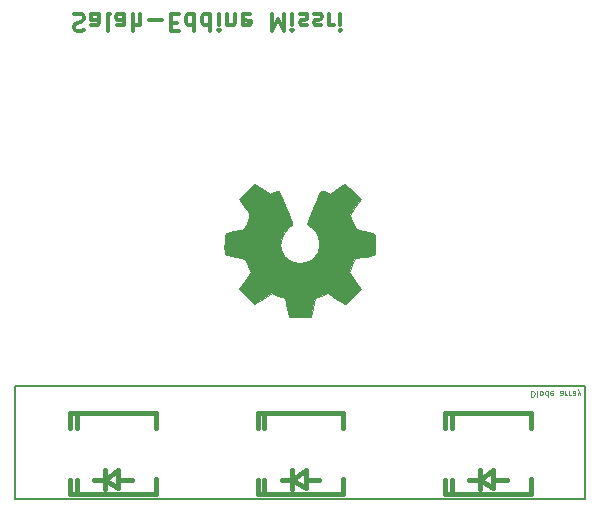
<source format=gbo>
%FSLAX46Y46*%
G04 Gerber Fmt 4.6, Leading zero omitted, Abs format (unit mm)*
G04 Created by KiCad (PCBNEW (2014-09-22 BZR 5144)-product) date Sun 26 Oct 2014 02:54:13 PM CET*
%MOMM*%
G01*
G04 APERTURE LIST*
%ADD10C,0.100000*%
%ADD11C,0.200000*%
%ADD12C,0.300000*%
%ADD13C,0.381000*%
G04 APERTURE END LIST*
D10*
X199235477Y-86768810D02*
X199235477Y-87268810D01*
X199354524Y-87268810D01*
X199425953Y-87245000D01*
X199473572Y-87197381D01*
X199497381Y-87149762D01*
X199521191Y-87054524D01*
X199521191Y-86983095D01*
X199497381Y-86887857D01*
X199473572Y-86840238D01*
X199425953Y-86792619D01*
X199354524Y-86768810D01*
X199235477Y-86768810D01*
X199735477Y-86768810D02*
X199735477Y-87102143D01*
X199735477Y-87268810D02*
X199711667Y-87245000D01*
X199735477Y-87221190D01*
X199759286Y-87245000D01*
X199735477Y-87268810D01*
X199735477Y-87221190D01*
X200045000Y-86768810D02*
X199997381Y-86792619D01*
X199973572Y-86816429D01*
X199949762Y-86864048D01*
X199949762Y-87006905D01*
X199973572Y-87054524D01*
X199997381Y-87078333D01*
X200045000Y-87102143D01*
X200116429Y-87102143D01*
X200164048Y-87078333D01*
X200187857Y-87054524D01*
X200211667Y-87006905D01*
X200211667Y-86864048D01*
X200187857Y-86816429D01*
X200164048Y-86792619D01*
X200116429Y-86768810D01*
X200045000Y-86768810D01*
X200640238Y-86768810D02*
X200640238Y-87268810D01*
X200640238Y-86792619D02*
X200592619Y-86768810D01*
X200497381Y-86768810D01*
X200449762Y-86792619D01*
X200425953Y-86816429D01*
X200402143Y-86864048D01*
X200402143Y-87006905D01*
X200425953Y-87054524D01*
X200449762Y-87078333D01*
X200497381Y-87102143D01*
X200592619Y-87102143D01*
X200640238Y-87078333D01*
X201068810Y-86792619D02*
X201021191Y-86768810D01*
X200925953Y-86768810D01*
X200878334Y-86792619D01*
X200854524Y-86840238D01*
X200854524Y-87030714D01*
X200878334Y-87078333D01*
X200925953Y-87102143D01*
X201021191Y-87102143D01*
X201068810Y-87078333D01*
X201092619Y-87030714D01*
X201092619Y-86983095D01*
X200854524Y-86935476D01*
X201902142Y-86768810D02*
X201902142Y-87030714D01*
X201878333Y-87078333D01*
X201830714Y-87102143D01*
X201735476Y-87102143D01*
X201687857Y-87078333D01*
X201902142Y-86792619D02*
X201854523Y-86768810D01*
X201735476Y-86768810D01*
X201687857Y-86792619D01*
X201664047Y-86840238D01*
X201664047Y-86887857D01*
X201687857Y-86935476D01*
X201735476Y-86959286D01*
X201854523Y-86959286D01*
X201902142Y-86983095D01*
X202140238Y-86768810D02*
X202140238Y-87102143D01*
X202140238Y-87006905D02*
X202164047Y-87054524D01*
X202187857Y-87078333D01*
X202235476Y-87102143D01*
X202283095Y-87102143D01*
X202449762Y-86768810D02*
X202449762Y-87102143D01*
X202449762Y-87006905D02*
X202473571Y-87054524D01*
X202497381Y-87078333D01*
X202545000Y-87102143D01*
X202592619Y-87102143D01*
X202973571Y-86768810D02*
X202973571Y-87030714D01*
X202949762Y-87078333D01*
X202902143Y-87102143D01*
X202806905Y-87102143D01*
X202759286Y-87078333D01*
X202973571Y-86792619D02*
X202925952Y-86768810D01*
X202806905Y-86768810D01*
X202759286Y-86792619D01*
X202735476Y-86840238D01*
X202735476Y-86887857D01*
X202759286Y-86935476D01*
X202806905Y-86959286D01*
X202925952Y-86959286D01*
X202973571Y-86983095D01*
X203164048Y-87102143D02*
X203283095Y-86768810D01*
X203402143Y-87102143D02*
X203283095Y-86768810D01*
X203235476Y-86649762D01*
X203211667Y-86625952D01*
X203164048Y-86602143D01*
D11*
X203835000Y-86360000D02*
X155575000Y-86360000D01*
X203835000Y-95885000D02*
X203835000Y-86360000D01*
X155575000Y-95885000D02*
X203835000Y-95885000D01*
X155575000Y-86360000D02*
X155575000Y-95885000D01*
D12*
X160509571Y-54891857D02*
X160723857Y-54820429D01*
X161081000Y-54820429D01*
X161223857Y-54891857D01*
X161295286Y-54963286D01*
X161366714Y-55106143D01*
X161366714Y-55249000D01*
X161295286Y-55391857D01*
X161223857Y-55463286D01*
X161081000Y-55534714D01*
X160795286Y-55606143D01*
X160652428Y-55677571D01*
X160581000Y-55749000D01*
X160509571Y-55891857D01*
X160509571Y-56034714D01*
X160581000Y-56177571D01*
X160652428Y-56249000D01*
X160795286Y-56320429D01*
X161152428Y-56320429D01*
X161366714Y-56249000D01*
X162652428Y-54820429D02*
X162652428Y-55606143D01*
X162580999Y-55749000D01*
X162438142Y-55820429D01*
X162152428Y-55820429D01*
X162009571Y-55749000D01*
X162652428Y-54891857D02*
X162509571Y-54820429D01*
X162152428Y-54820429D01*
X162009571Y-54891857D01*
X161938142Y-55034714D01*
X161938142Y-55177571D01*
X162009571Y-55320429D01*
X162152428Y-55391857D01*
X162509571Y-55391857D01*
X162652428Y-55463286D01*
X163581000Y-54820429D02*
X163438142Y-54891857D01*
X163366714Y-55034714D01*
X163366714Y-56320429D01*
X164795285Y-54820429D02*
X164795285Y-55606143D01*
X164723856Y-55749000D01*
X164580999Y-55820429D01*
X164295285Y-55820429D01*
X164152428Y-55749000D01*
X164795285Y-54891857D02*
X164652428Y-54820429D01*
X164295285Y-54820429D01*
X164152428Y-54891857D01*
X164080999Y-55034714D01*
X164080999Y-55177571D01*
X164152428Y-55320429D01*
X164295285Y-55391857D01*
X164652428Y-55391857D01*
X164795285Y-55463286D01*
X165509571Y-54820429D02*
X165509571Y-56320429D01*
X166152428Y-54820429D02*
X166152428Y-55606143D01*
X166080999Y-55749000D01*
X165938142Y-55820429D01*
X165723857Y-55820429D01*
X165580999Y-55749000D01*
X165509571Y-55677571D01*
X166866714Y-55391857D02*
X168009571Y-55391857D01*
X168723857Y-55606143D02*
X169223857Y-55606143D01*
X169438143Y-54820429D02*
X168723857Y-54820429D01*
X168723857Y-56320429D01*
X169438143Y-56320429D01*
X170723857Y-54820429D02*
X170723857Y-56320429D01*
X170723857Y-54891857D02*
X170581000Y-54820429D01*
X170295286Y-54820429D01*
X170152428Y-54891857D01*
X170081000Y-54963286D01*
X170009571Y-55106143D01*
X170009571Y-55534714D01*
X170081000Y-55677571D01*
X170152428Y-55749000D01*
X170295286Y-55820429D01*
X170581000Y-55820429D01*
X170723857Y-55749000D01*
X172081000Y-54820429D02*
X172081000Y-56320429D01*
X172081000Y-54891857D02*
X171938143Y-54820429D01*
X171652429Y-54820429D01*
X171509571Y-54891857D01*
X171438143Y-54963286D01*
X171366714Y-55106143D01*
X171366714Y-55534714D01*
X171438143Y-55677571D01*
X171509571Y-55749000D01*
X171652429Y-55820429D01*
X171938143Y-55820429D01*
X172081000Y-55749000D01*
X172795286Y-54820429D02*
X172795286Y-55820429D01*
X172795286Y-56320429D02*
X172723857Y-56249000D01*
X172795286Y-56177571D01*
X172866714Y-56249000D01*
X172795286Y-56320429D01*
X172795286Y-56177571D01*
X173509572Y-55820429D02*
X173509572Y-54820429D01*
X173509572Y-55677571D02*
X173581000Y-55749000D01*
X173723858Y-55820429D01*
X173938143Y-55820429D01*
X174081000Y-55749000D01*
X174152429Y-55606143D01*
X174152429Y-54820429D01*
X175438143Y-54891857D02*
X175295286Y-54820429D01*
X175009572Y-54820429D01*
X174866715Y-54891857D01*
X174795286Y-55034714D01*
X174795286Y-55606143D01*
X174866715Y-55749000D01*
X175009572Y-55820429D01*
X175295286Y-55820429D01*
X175438143Y-55749000D01*
X175509572Y-55606143D01*
X175509572Y-55463286D01*
X174795286Y-55320429D01*
X177295286Y-54820429D02*
X177295286Y-56320429D01*
X177795286Y-55249000D01*
X178295286Y-56320429D01*
X178295286Y-54820429D01*
X179009572Y-54820429D02*
X179009572Y-55820429D01*
X179009572Y-56320429D02*
X178938143Y-56249000D01*
X179009572Y-56177571D01*
X179081000Y-56249000D01*
X179009572Y-56320429D01*
X179009572Y-56177571D01*
X179652429Y-54891857D02*
X179795286Y-54820429D01*
X180081001Y-54820429D01*
X180223858Y-54891857D01*
X180295286Y-55034714D01*
X180295286Y-55106143D01*
X180223858Y-55249000D01*
X180081001Y-55320429D01*
X179866715Y-55320429D01*
X179723858Y-55391857D01*
X179652429Y-55534714D01*
X179652429Y-55606143D01*
X179723858Y-55749000D01*
X179866715Y-55820429D01*
X180081001Y-55820429D01*
X180223858Y-55749000D01*
X180866715Y-54891857D02*
X181009572Y-54820429D01*
X181295287Y-54820429D01*
X181438144Y-54891857D01*
X181509572Y-55034714D01*
X181509572Y-55106143D01*
X181438144Y-55249000D01*
X181295287Y-55320429D01*
X181081001Y-55320429D01*
X180938144Y-55391857D01*
X180866715Y-55534714D01*
X180866715Y-55606143D01*
X180938144Y-55749000D01*
X181081001Y-55820429D01*
X181295287Y-55820429D01*
X181438144Y-55749000D01*
X182152430Y-54820429D02*
X182152430Y-55820429D01*
X182152430Y-55534714D02*
X182223858Y-55677571D01*
X182295287Y-55749000D01*
X182438144Y-55820429D01*
X182581001Y-55820429D01*
X183081001Y-54820429D02*
X183081001Y-55820429D01*
X183081001Y-56320429D02*
X183009572Y-56249000D01*
X183081001Y-56177571D01*
X183152429Y-56249000D01*
X183081001Y-56320429D01*
X183081001Y-56177571D01*
D13*
X179009040Y-94274640D02*
X178107340Y-94274640D01*
X180306980Y-94274640D02*
X181305200Y-94274640D01*
X176654460Y-95476060D02*
X176654460Y-94274640D01*
X176654460Y-88673940D02*
X176654460Y-89875360D01*
X176105820Y-95476060D02*
X176105820Y-94274640D01*
X176105820Y-88673940D02*
X176105820Y-89875360D01*
X183304180Y-95476060D02*
X183304180Y-94223840D01*
X183304180Y-88673940D02*
X183304180Y-89926160D01*
X179009040Y-93474540D02*
X179009040Y-95074740D01*
X180157120Y-95023940D02*
X180157120Y-93474540D01*
X179006500Y-94274640D02*
X180157120Y-95023940D01*
X179009040Y-94274640D02*
X180159660Y-93474540D01*
X183304180Y-95476060D02*
X176105820Y-95476060D01*
X183304180Y-88673940D02*
X176105820Y-88673940D01*
X163134040Y-94274640D02*
X162232340Y-94274640D01*
X164431980Y-94274640D02*
X165430200Y-94274640D01*
X160779460Y-95476060D02*
X160779460Y-94274640D01*
X160779460Y-88673940D02*
X160779460Y-89875360D01*
X160230820Y-95476060D02*
X160230820Y-94274640D01*
X160230820Y-88673940D02*
X160230820Y-89875360D01*
X167429180Y-95476060D02*
X167429180Y-94223840D01*
X167429180Y-88673940D02*
X167429180Y-89926160D01*
X163134040Y-93474540D02*
X163134040Y-95074740D01*
X164282120Y-95023940D02*
X164282120Y-93474540D01*
X163131500Y-94274640D02*
X164282120Y-95023940D01*
X163134040Y-94274640D02*
X164284660Y-93474540D01*
X167429180Y-95476060D02*
X160230820Y-95476060D01*
X167429180Y-88673940D02*
X160230820Y-88673940D01*
X194884040Y-94274640D02*
X193982340Y-94274640D01*
X196181980Y-94274640D02*
X197180200Y-94274640D01*
X192529460Y-95476060D02*
X192529460Y-94274640D01*
X192529460Y-88673940D02*
X192529460Y-89875360D01*
X191980820Y-95476060D02*
X191980820Y-94274640D01*
X191980820Y-88673940D02*
X191980820Y-89875360D01*
X199179180Y-95476060D02*
X199179180Y-94223840D01*
X199179180Y-88673940D02*
X199179180Y-89926160D01*
X194884040Y-93474540D02*
X194884040Y-95074740D01*
X196032120Y-95023940D02*
X196032120Y-93474540D01*
X194881500Y-94274640D02*
X196032120Y-95023940D01*
X194884040Y-94274640D02*
X196034660Y-93474540D01*
X199179180Y-95476060D02*
X191980820Y-95476060D01*
X199179180Y-88673940D02*
X191980820Y-88673940D01*
D10*
G36*
X173269510Y-74575073D02*
X173270547Y-74231717D01*
X173285671Y-73900707D01*
X173314375Y-73627272D01*
X173356151Y-73456641D01*
X173376167Y-73427494D01*
X173505086Y-73375977D01*
X173754717Y-73312871D01*
X174078005Y-73249567D01*
X174183151Y-73232108D01*
X174513194Y-73170673D01*
X174777568Y-73104793D01*
X174932275Y-73046014D01*
X174951514Y-73030482D01*
X175033118Y-72881719D01*
X175139671Y-72639448D01*
X175248728Y-72361645D01*
X175337842Y-72106284D01*
X175384565Y-71931340D01*
X175387000Y-71905713D01*
X175341141Y-71784692D01*
X175218463Y-71565035D01*
X175041318Y-71285365D01*
X174949616Y-71149974D01*
X174512231Y-70517275D01*
X175137997Y-69887304D01*
X175403005Y-69627033D01*
X175627033Y-69419111D01*
X175782045Y-69288848D01*
X175835801Y-69257334D01*
X175933271Y-69302936D01*
X176132634Y-69424846D01*
X176398153Y-69600721D01*
X176524982Y-69688223D01*
X177142125Y-70119112D01*
X177489166Y-69942065D01*
X177703868Y-69838908D01*
X177819376Y-69813673D01*
X177885057Y-69863021D01*
X177913970Y-69913343D01*
X177977726Y-70050865D01*
X178086690Y-70301949D01*
X178227810Y-70634966D01*
X178388037Y-71018286D01*
X178554321Y-71420279D01*
X178713612Y-71809314D01*
X178852861Y-72153763D01*
X178959016Y-72421994D01*
X179019028Y-72582379D01*
X179027667Y-72612671D01*
X178969009Y-72691728D01*
X178816362Y-72845034D01*
X178635078Y-73010556D01*
X178296451Y-73366203D01*
X178098438Y-73733207D01*
X178017044Y-74162657D01*
X178011667Y-74337987D01*
X178084972Y-74865581D01*
X178295498Y-75303603D01*
X178629157Y-75638512D01*
X179071865Y-75856766D01*
X179609534Y-75944822D01*
X179684220Y-75946000D01*
X180187205Y-75874131D01*
X180607870Y-75675687D01*
X180937872Y-75376415D01*
X181168865Y-75002061D01*
X181292505Y-74578372D01*
X181300446Y-74131093D01*
X181184343Y-73685971D01*
X180935851Y-73268752D01*
X180645590Y-72979925D01*
X180448788Y-72803375D01*
X180322662Y-72654891D01*
X180297667Y-72596123D01*
X180329173Y-72483561D01*
X180414718Y-72248365D01*
X180540844Y-71923200D01*
X180694091Y-71540730D01*
X180861000Y-71133621D01*
X181028114Y-70734537D01*
X181181971Y-70376144D01*
X181309114Y-70091105D01*
X181396084Y-69912087D01*
X181419401Y-69873674D01*
X181510524Y-69825142D01*
X181671339Y-69864509D01*
X181830679Y-69939265D01*
X182161784Y-70108182D01*
X182792235Y-69682758D01*
X183079536Y-69493797D01*
X183315140Y-69347940D01*
X183463353Y-69266886D01*
X183492129Y-69257334D01*
X183577125Y-69313915D01*
X183751882Y-69466726D01*
X183988346Y-69690366D01*
X184182282Y-69882215D01*
X184802993Y-70507095D01*
X184329497Y-71182824D01*
X183856002Y-71858552D01*
X184074935Y-72399443D01*
X184196480Y-72686415D01*
X184303213Y-72915234D01*
X184370939Y-73034686D01*
X184486777Y-73092231D01*
X184723721Y-73159185D01*
X185035001Y-73222806D01*
X185103339Y-73234214D01*
X185512384Y-73301935D01*
X185783482Y-73370624D01*
X185944963Y-73473272D01*
X186025157Y-73642869D01*
X186052395Y-73912406D01*
X186055007Y-74314872D01*
X186055000Y-74342408D01*
X186054666Y-74726247D01*
X186035800Y-74989993D01*
X185971607Y-75161681D01*
X185835292Y-75269350D01*
X185600059Y-75341034D01*
X185239114Y-75404771D01*
X185003796Y-75442313D01*
X184338844Y-75549581D01*
X184096256Y-76084599D01*
X183974537Y-76365170D01*
X183887470Y-76589009D01*
X183853673Y-76708199D01*
X183853667Y-76708861D01*
X183899655Y-76812585D01*
X184023375Y-77019137D01*
X184203463Y-77294034D01*
X184331345Y-77479803D01*
X184809023Y-78161501D01*
X184185298Y-78789417D01*
X183920312Y-79049310D01*
X183695797Y-79256767D01*
X183540018Y-79386411D01*
X183485895Y-79417334D01*
X183388116Y-79371484D01*
X183186668Y-79248157D01*
X182915395Y-79068688D01*
X182732448Y-78942408D01*
X182054679Y-78467483D01*
X181479477Y-78693155D01*
X180904276Y-78918828D01*
X180760307Y-79718414D01*
X180616338Y-80518000D01*
X179659685Y-80518000D01*
X178703032Y-80518000D01*
X178618264Y-80115834D01*
X178550818Y-79768010D01*
X178488712Y-79404203D01*
X178476165Y-79321705D01*
X178418834Y-78929744D01*
X177840801Y-78702960D01*
X177262768Y-78476176D01*
X176531883Y-78962571D01*
X175800997Y-79448965D01*
X175153231Y-78801199D01*
X174505465Y-78153433D01*
X174994467Y-77440887D01*
X175483468Y-76728340D01*
X175239502Y-76152306D01*
X174995535Y-75576272D01*
X174218592Y-75428079D01*
X173869333Y-75357735D01*
X173581303Y-75292809D01*
X173396604Y-75243116D01*
X173355991Y-75226946D01*
X173311725Y-75117916D01*
X173283067Y-74885549D01*
X173269510Y-74575073D01*
X173269510Y-74575073D01*
X173269510Y-74575073D01*
G37*
X173269510Y-74575073D02*
X173270547Y-74231717D01*
X173285671Y-73900707D01*
X173314375Y-73627272D01*
X173356151Y-73456641D01*
X173376167Y-73427494D01*
X173505086Y-73375977D01*
X173754717Y-73312871D01*
X174078005Y-73249567D01*
X174183151Y-73232108D01*
X174513194Y-73170673D01*
X174777568Y-73104793D01*
X174932275Y-73046014D01*
X174951514Y-73030482D01*
X175033118Y-72881719D01*
X175139671Y-72639448D01*
X175248728Y-72361645D01*
X175337842Y-72106284D01*
X175384565Y-71931340D01*
X175387000Y-71905713D01*
X175341141Y-71784692D01*
X175218463Y-71565035D01*
X175041318Y-71285365D01*
X174949616Y-71149974D01*
X174512231Y-70517275D01*
X175137997Y-69887304D01*
X175403005Y-69627033D01*
X175627033Y-69419111D01*
X175782045Y-69288848D01*
X175835801Y-69257334D01*
X175933271Y-69302936D01*
X176132634Y-69424846D01*
X176398153Y-69600721D01*
X176524982Y-69688223D01*
X177142125Y-70119112D01*
X177489166Y-69942065D01*
X177703868Y-69838908D01*
X177819376Y-69813673D01*
X177885057Y-69863021D01*
X177913970Y-69913343D01*
X177977726Y-70050865D01*
X178086690Y-70301949D01*
X178227810Y-70634966D01*
X178388037Y-71018286D01*
X178554321Y-71420279D01*
X178713612Y-71809314D01*
X178852861Y-72153763D01*
X178959016Y-72421994D01*
X179019028Y-72582379D01*
X179027667Y-72612671D01*
X178969009Y-72691728D01*
X178816362Y-72845034D01*
X178635078Y-73010556D01*
X178296451Y-73366203D01*
X178098438Y-73733207D01*
X178017044Y-74162657D01*
X178011667Y-74337987D01*
X178084972Y-74865581D01*
X178295498Y-75303603D01*
X178629157Y-75638512D01*
X179071865Y-75856766D01*
X179609534Y-75944822D01*
X179684220Y-75946000D01*
X180187205Y-75874131D01*
X180607870Y-75675687D01*
X180937872Y-75376415D01*
X181168865Y-75002061D01*
X181292505Y-74578372D01*
X181300446Y-74131093D01*
X181184343Y-73685971D01*
X180935851Y-73268752D01*
X180645590Y-72979925D01*
X180448788Y-72803375D01*
X180322662Y-72654891D01*
X180297667Y-72596123D01*
X180329173Y-72483561D01*
X180414718Y-72248365D01*
X180540844Y-71923200D01*
X180694091Y-71540730D01*
X180861000Y-71133621D01*
X181028114Y-70734537D01*
X181181971Y-70376144D01*
X181309114Y-70091105D01*
X181396084Y-69912087D01*
X181419401Y-69873674D01*
X181510524Y-69825142D01*
X181671339Y-69864509D01*
X181830679Y-69939265D01*
X182161784Y-70108182D01*
X182792235Y-69682758D01*
X183079536Y-69493797D01*
X183315140Y-69347940D01*
X183463353Y-69266886D01*
X183492129Y-69257334D01*
X183577125Y-69313915D01*
X183751882Y-69466726D01*
X183988346Y-69690366D01*
X184182282Y-69882215D01*
X184802993Y-70507095D01*
X184329497Y-71182824D01*
X183856002Y-71858552D01*
X184074935Y-72399443D01*
X184196480Y-72686415D01*
X184303213Y-72915234D01*
X184370939Y-73034686D01*
X184486777Y-73092231D01*
X184723721Y-73159185D01*
X185035001Y-73222806D01*
X185103339Y-73234214D01*
X185512384Y-73301935D01*
X185783482Y-73370624D01*
X185944963Y-73473272D01*
X186025157Y-73642869D01*
X186052395Y-73912406D01*
X186055007Y-74314872D01*
X186055000Y-74342408D01*
X186054666Y-74726247D01*
X186035800Y-74989993D01*
X185971607Y-75161681D01*
X185835292Y-75269350D01*
X185600059Y-75341034D01*
X185239114Y-75404771D01*
X185003796Y-75442313D01*
X184338844Y-75549581D01*
X184096256Y-76084599D01*
X183974537Y-76365170D01*
X183887470Y-76589009D01*
X183853673Y-76708199D01*
X183853667Y-76708861D01*
X183899655Y-76812585D01*
X184023375Y-77019137D01*
X184203463Y-77294034D01*
X184331345Y-77479803D01*
X184809023Y-78161501D01*
X184185298Y-78789417D01*
X183920312Y-79049310D01*
X183695797Y-79256767D01*
X183540018Y-79386411D01*
X183485895Y-79417334D01*
X183388116Y-79371484D01*
X183186668Y-79248157D01*
X182915395Y-79068688D01*
X182732448Y-78942408D01*
X182054679Y-78467483D01*
X181479477Y-78693155D01*
X180904276Y-78918828D01*
X180760307Y-79718414D01*
X180616338Y-80518000D01*
X179659685Y-80518000D01*
X178703032Y-80518000D01*
X178618264Y-80115834D01*
X178550818Y-79768010D01*
X178488712Y-79404203D01*
X178476165Y-79321705D01*
X178418834Y-78929744D01*
X177840801Y-78702960D01*
X177262768Y-78476176D01*
X176531883Y-78962571D01*
X175800997Y-79448965D01*
X175153231Y-78801199D01*
X174505465Y-78153433D01*
X174994467Y-77440887D01*
X175483468Y-76728340D01*
X175239502Y-76152306D01*
X174995535Y-75576272D01*
X174218592Y-75428079D01*
X173869333Y-75357735D01*
X173581303Y-75292809D01*
X173396604Y-75243116D01*
X173355991Y-75226946D01*
X173311725Y-75117916D01*
X173283067Y-74885549D01*
X173269510Y-74575073D01*
X173269510Y-74575073D01*
M02*

</source>
